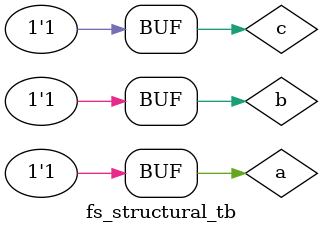
<source format=v>


module fs_structural_tb();
reg a,b,c;
wire d,br;
fs_structural dut(.a(a) ,.b(b),.c(c),.d(d) ,.br(br));
 
initial begin;
a = 1'b0;
b = 1'b0;
c = 1'b0;
#20;
a = 1'b0;
b = 1'b0;
c = 1'b1;
#20;
a = 1'b0;
b = 1'b1;
c = 1'b0;
#20;
a = 1'b0;
b = 1'b1;
c = 1'b1;
#20;
a = 1'b1;
b = 1'b0;
c = 1'b0;
#20;
a = 1'b1;
b = 1'b0;
c = 1'b1;
#20;
a = 1'b1;
b = 1'b1;
c = 1'b0;
#20;
a = 1'b1;
b = 1'b1;
c = 1'b1;
#20;
end
endmodule

</source>
